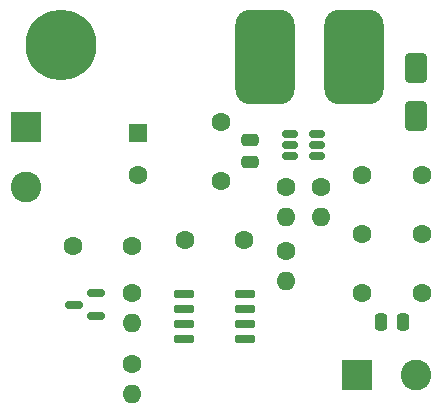
<source format=gbs>
G04 Layer: BottomSolderMaskLayer*
G04 EasyEDA Pro v2.2.27.1, 2024-09-15 10:59:50*
G04 Gerber Generator version 0.3*
G04 Scale: 100 percent, Rotated: No, Reflected: No*
G04 Dimensions in millimeters*
G04 Leading zeros omitted, absolute positions, 3 integers and 5 decimals*
%TF.GenerationSoftware,KiCad,Pcbnew,8.0.5*%
%TF.CreationDate,2024-10-31T21:46:15+08:00*%
%TF.ProjectId,B626_VIN3.7V_VOUT16.5V_IO0.9A,42363236-5f56-4494-9e33-2e37565f564f,rev?*%
%TF.SameCoordinates,Original*%
%TF.FileFunction,Soldermask,Bot*%
%TF.FilePolarity,Negative*%
%FSLAX46Y46*%
G04 Gerber Fmt 4.6, Leading zero omitted, Abs format (unit mm)*
G04 Created by KiCad (PCBNEW 8.0.5) date 2024-10-31 21:46:15*
%MOMM*%
%LPD*%
G01*
G04 APERTURE LIST*
G04 Aperture macros list*
%AMRoundRect*
0 Rectangle with rounded corners*
0 $1 Rounding radius*
0 $2 $3 $4 $5 $6 $7 $8 $9 X,Y pos of 4 corners*
0 Add a 4 corners polygon primitive as box body*
4,1,4,$2,$3,$4,$5,$6,$7,$8,$9,$2,$3,0*
0 Add four circle primitives for the rounded corners*
1,1,$1+$1,$2,$3*
1,1,$1+$1,$4,$5*
1,1,$1+$1,$6,$7*
1,1,$1+$1,$8,$9*
0 Add four rect primitives between the rounded corners*
20,1,$1+$1,$2,$3,$4,$5,0*
20,1,$1+$1,$4,$5,$6,$7,0*
20,1,$1+$1,$6,$7,$8,$9,0*
20,1,$1+$1,$8,$9,$2,$3,0*%
G04 Aperture macros list end*
%ADD10R,2.600000X2.600000*%
%ADD11C,2.600000*%
%ADD12R,1.600000X1.600000*%
%ADD13C,1.600000*%
%ADD14O,1.600000X1.600000*%
%ADD15C,6.000000*%
%ADD16RoundRect,1.250000X-1.250000X-2.750000X1.250000X-2.750000X1.250000X2.750000X-1.250000X2.750000X0*%
%ADD17RoundRect,0.250000X0.250000X0.475000X-0.250000X0.475000X-0.250000X-0.475000X0.250000X-0.475000X0*%
%ADD18RoundRect,0.150000X0.587500X0.150000X-0.587500X0.150000X-0.587500X-0.150000X0.587500X-0.150000X0*%
%ADD19RoundRect,0.150000X0.725000X0.150000X-0.725000X0.150000X-0.725000X-0.150000X0.725000X-0.150000X0*%
%ADD20RoundRect,0.150000X0.512500X0.150000X-0.512500X0.150000X-0.512500X-0.150000X0.512500X-0.150000X0*%
%ADD21RoundRect,0.250000X0.650000X-1.000000X0.650000X1.000000X-0.650000X1.000000X-0.650000X-1.000000X0*%
%ADD22RoundRect,0.250000X-0.475000X0.250000X-0.475000X-0.250000X0.475000X-0.250000X0.475000X0.250000X0*%
G04 APERTURE END LIST*
D10*
%TO.C,H2*%
X102000000Y-112000000D03*
D11*
X102000000Y-117000000D03*
%TD*%
D12*
%TO.C,C1*%
X111500000Y-112500000D03*
D13*
X111500000Y-116000000D03*
%TD*%
D10*
%TO.C,H5*%
X130040000Y-132920000D03*
D11*
X135040000Y-132920000D03*
%TD*%
D13*
%TO.C,R3*%
X127000000Y-117000000D03*
D14*
X127000000Y-119540000D03*
%TD*%
D13*
%TO.C,C6*%
X115500000Y-121500000D03*
X120500000Y-121500000D03*
%TD*%
%TO.C,C5*%
X111000000Y-122000000D03*
X106000000Y-122000000D03*
%TD*%
%TO.C,C2*%
X118500000Y-111500000D03*
X118500000Y-116500000D03*
%TD*%
%TO.C,C7*%
X135500000Y-116000000D03*
X130500000Y-116000000D03*
%TD*%
%TO.C,C8*%
X135500000Y-121000000D03*
X130500000Y-121000000D03*
%TD*%
%TO.C,R1*%
X124000000Y-122500000D03*
D14*
X124000000Y-125040000D03*
%TD*%
D13*
%TO.C,C12*%
X135500000Y-126000000D03*
X130500000Y-126000000D03*
%TD*%
D15*
%TO.C,H1*%
X105000000Y-105000000D03*
%TD*%
D13*
%TO.C,R4*%
X111000000Y-126000000D03*
D14*
X111000000Y-128540000D03*
%TD*%
D13*
%TO.C,R2*%
X124000000Y-117000000D03*
D14*
X124000000Y-119540000D03*
%TD*%
D13*
%TO.C,R5*%
X111000000Y-132000000D03*
D14*
X111000000Y-134540000D03*
%TD*%
D16*
%TO.C,L1*%
X122250000Y-106000000D03*
X129750000Y-106000000D03*
%TD*%
D17*
%TO.C,C13*%
X133950000Y-128500000D03*
X132050000Y-128500000D03*
%TD*%
D18*
%TO.C,U3*%
X107937500Y-126050000D03*
X107937500Y-127950000D03*
X106062500Y-127000000D03*
%TD*%
D19*
%TO.C,U4*%
X120575000Y-126095000D03*
X120575000Y-127365000D03*
X120575000Y-128635000D03*
X120575000Y-129905000D03*
X115425000Y-129905000D03*
X115425000Y-128635000D03*
X115425000Y-127365000D03*
X115425000Y-126095000D03*
%TD*%
D20*
%TO.C,U2*%
X126637500Y-112550000D03*
X126637500Y-113500000D03*
X126637500Y-114450000D03*
X124362500Y-114450000D03*
X124362500Y-113500000D03*
X124362500Y-112550000D03*
%TD*%
D21*
%TO.C,D1*%
X135000000Y-111000000D03*
X135000000Y-107000000D03*
%TD*%
D22*
%TO.C,C3*%
X121000000Y-113050000D03*
X121000000Y-114950000D03*
%TD*%
M02*

</source>
